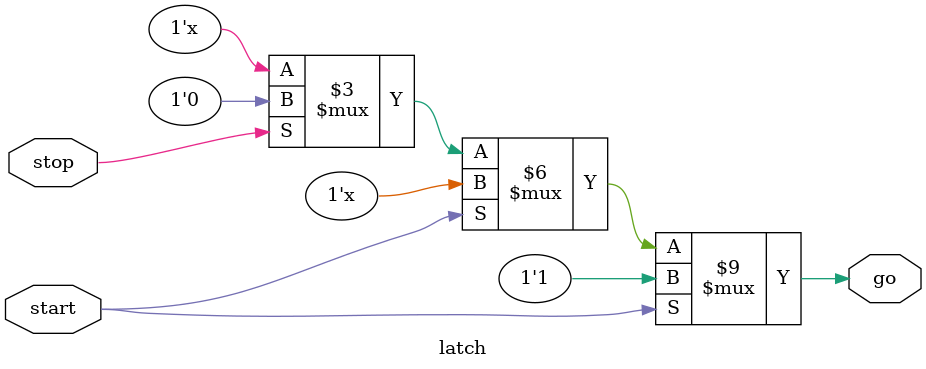
<source format=v>
module latch(go, start, stop);
	output reg go;
	input start, stop;
	
	always@(go, start, stop)
	begin
		if(start)
			go = 1;
		else
			if(stop)
				go = 0;
			else
				go = go;
	end	
endmodule


</source>
